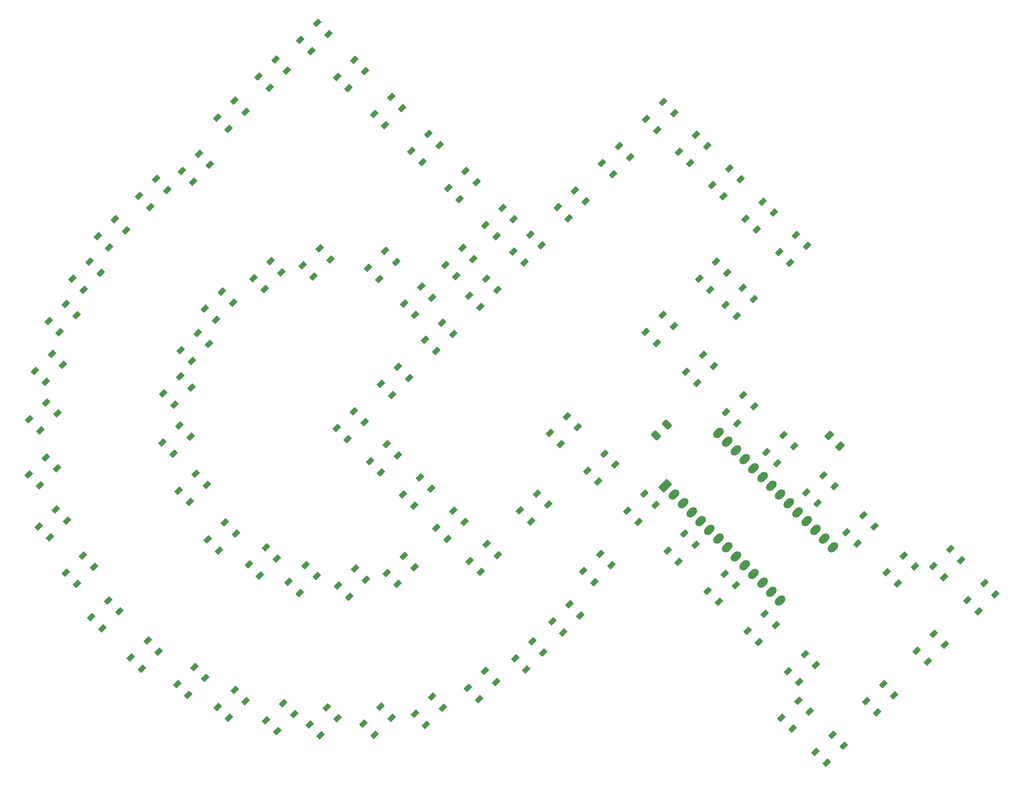
<source format=gbr>
%TF.GenerationSoftware,KiCad,Pcbnew,(6.0.10-0)*%
%TF.CreationDate,2023-02-20T09:20:58-05:00*%
%TF.ProjectId,Grad_Cap,47726164-5f43-4617-902e-6b696361645f,rev?*%
%TF.SameCoordinates,Original*%
%TF.FileFunction,Soldermask,Top*%
%TF.FilePolarity,Negative*%
%FSLAX46Y46*%
G04 Gerber Fmt 4.6, Leading zero omitted, Abs format (unit mm)*
G04 Created by KiCad (PCBNEW (6.0.10-0)) date 2023-02-20 09:20:58*
%MOMM*%
%LPD*%
G01*
G04 APERTURE LIST*
G04 Aperture macros list*
%AMRoundRect*
0 Rectangle with rounded corners*
0 $1 Rounding radius*
0 $2 $3 $4 $5 $6 $7 $8 $9 X,Y pos of 4 corners*
0 Add a 4 corners polygon primitive as box body*
4,1,4,$2,$3,$4,$5,$6,$7,$8,$9,$2,$3,0*
0 Add four circle primitives for the rounded corners*
1,1,$1+$1,$2,$3*
1,1,$1+$1,$4,$5*
1,1,$1+$1,$6,$7*
1,1,$1+$1,$8,$9*
0 Add four rect primitives between the rounded corners*
20,1,$1+$1,$2,$3,$4,$5,0*
20,1,$1+$1,$4,$5,$6,$7,0*
20,1,$1+$1,$6,$7,$8,$9,0*
20,1,$1+$1,$8,$9,$2,$3,0*%
%AMHorizOval*
0 Thick line with rounded ends*
0 $1 width*
0 $2 $3 position (X,Y) of the first rounded end (center of the circle)*
0 $4 $5 position (X,Y) of the second rounded end (center of the circle)*
0 Add line between two ends*
20,1,$1,$2,$3,$4,$5,0*
0 Add two circle primitives to create the rounded ends*
1,1,$1,$2,$3*
1,1,$1,$4,$5*%
%AMRotRect*
0 Rectangle, with rotation*
0 The origin of the aperture is its center*
0 $1 length*
0 $2 width*
0 $3 Rotation angle, in degrees counterclockwise*
0 Add horizontal line*
21,1,$1,$2,0,0,$3*%
G04 Aperture macros list end*
%ADD10RotRect,1.500000X1.000000X225.000000*%
%ADD11RotRect,1.500000X1.000000X45.000000*%
%ADD12RotRect,2.400000X1.600000X45.000000*%
%ADD13HorizOval,1.600000X0.282843X0.282843X-0.282843X-0.282843X0*%
%ADD14RoundRect,0.250000X0.167938X-0.751301X0.751301X-0.167938X-0.167938X0.751301X-0.751301X0.167938X0*%
%ADD15RoundRect,0.250000X-0.724784X-0.159099X-0.159099X-0.724784X0.724784X0.159099X0.159099X0.724784X0*%
G04 APERTURE END LIST*
D10*
%TO.C,D50*%
X149675361Y-159205656D03*
X147412620Y-156942915D03*
X143947797Y-160407738D03*
X146210538Y-162670479D03*
%TD*%
D11*
%TO.C,D39*%
X145008457Y-119395545D03*
X147271198Y-121658286D03*
X150736021Y-118193463D03*
X148473280Y-115930722D03*
%TD*%
D12*
%TO.C,U1*%
X227717464Y-202677309D03*
D13*
X229513515Y-204473360D03*
X231309566Y-206269411D03*
X233105618Y-208065463D03*
X234901669Y-209861514D03*
X236697720Y-211657565D03*
X238493771Y-213453616D03*
X240289823Y-215249668D03*
X242085874Y-217045719D03*
X243881925Y-218841770D03*
X245677976Y-220637821D03*
X247474027Y-222433872D03*
X249270079Y-224229924D03*
X251066130Y-226025975D03*
X261842437Y-215249668D03*
X260046386Y-213453616D03*
X258250335Y-211657565D03*
X256454284Y-209861514D03*
X254658232Y-208065463D03*
X252862181Y-206269411D03*
X251066130Y-204473360D03*
X249270079Y-202677309D03*
X247474027Y-200881258D03*
X245677976Y-199085207D03*
X243881925Y-197289155D03*
X242085874Y-195493104D03*
X240289823Y-193697053D03*
X238493771Y-191901002D03*
%TD*%
D10*
%TO.C,D42*%
X174223386Y-125770923D03*
X171960645Y-123508182D03*
X168495822Y-126973005D03*
X170758563Y-129235746D03*
%TD*%
D14*
%TO.C,C1*%
X225852471Y-192422775D03*
X228062179Y-190213067D03*
%TD*%
D11*
%TO.C,D25*%
X118970664Y-237664387D03*
X121233405Y-239927128D03*
X124698228Y-236462305D03*
X122435487Y-234199564D03*
%TD*%
%TO.C,D74*%
X214815654Y-137005980D03*
X217078395Y-139268721D03*
X220543218Y-135803898D03*
X218280477Y-133541157D03*
%TD*%
%TO.C,D10*%
X252655848Y-240407254D03*
X254918589Y-242669995D03*
X258383412Y-239205172D03*
X256120671Y-236942431D03*
%TD*%
D10*
%TO.C,D6*%
X284586620Y-235057473D03*
X282323879Y-232794732D03*
X278859056Y-236259555D03*
X281121797Y-238522296D03*
%TD*%
%TO.C,D78*%
X249802176Y-147081816D03*
X247539435Y-144819075D03*
X244074612Y-148283898D03*
X246337353Y-150546639D03*
%TD*%
%TO.C,D76*%
X236241990Y-133521629D03*
X233979249Y-131258888D03*
X230514426Y-134723711D03*
X232777167Y-136986452D03*
%TD*%
%TO.C,D41*%
X166689161Y-118236701D03*
X164426420Y-115973960D03*
X160961597Y-119438783D03*
X163224338Y-121701524D03*
%TD*%
D11*
%TO.C,D13*%
X228166690Y-215918096D03*
X230429431Y-218180837D03*
X233894254Y-214716014D03*
X231631513Y-212453273D03*
%TD*%
D10*
%TO.C,D16*%
X210459674Y-229080534D03*
X208196933Y-226817793D03*
X204732110Y-230282616D03*
X206994851Y-232545357D03*
%TD*%
D11*
%TO.C,D30*%
X98351996Y-189171004D03*
X100614737Y-191433745D03*
X104079560Y-187968922D03*
X101816819Y-185706181D03*
%TD*%
D15*
%TO.C,R1*%
X261081873Y-192431048D03*
X263273905Y-194623080D03*
%TD*%
D10*
%TO.C,D44*%
X189305161Y-140852700D03*
X187042420Y-138589959D03*
X183577597Y-142054782D03*
X185840338Y-144317523D03*
%TD*%
D11*
%TO.C,D28*%
X100273771Y-210957105D03*
X102536512Y-213219846D03*
X106001335Y-209755023D03*
X103738594Y-207492282D03*
%TD*%
%TO.C,D27*%
X105769688Y-220404335D03*
X108032429Y-222667076D03*
X111497252Y-219202253D03*
X109234511Y-216939512D03*
%TD*%
%TO.C,D23*%
X136661769Y-247704313D03*
X138924510Y-249967054D03*
X142389333Y-246502231D03*
X140126592Y-244239490D03*
%TD*%
%TO.C,D4*%
X282195800Y-219021375D03*
X284458541Y-221284116D03*
X287923364Y-217819293D03*
X285660623Y-215556552D03*
%TD*%
%TO.C,D38*%
X136629242Y-127774761D03*
X138891983Y-130037502D03*
X142356806Y-126572679D03*
X140094065Y-124309938D03*
%TD*%
%TO.C,D65*%
X181150453Y-211227008D03*
X183413194Y-213489749D03*
X186878017Y-210024926D03*
X184615276Y-207762185D03*
%TD*%
%TO.C,D48*%
X167266482Y-158296883D03*
X169529223Y-160559624D03*
X172994046Y-157094801D03*
X170731305Y-154832060D03*
%TD*%
D10*
%TO.C,D2*%
X270295121Y-210967358D03*
X268032380Y-208704617D03*
X264567557Y-212169440D03*
X266830298Y-214432181D03*
%TD*%
%TO.C,D63*%
X203910451Y-206511100D03*
X201647710Y-204248359D03*
X198182887Y-207713182D03*
X200445628Y-209975923D03*
%TD*%
%TO.C,D51*%
X139775866Y-165428196D03*
X137513125Y-163165455D03*
X134048302Y-166630278D03*
X136311043Y-168893019D03*
%TD*%
%TO.C,D18*%
X193307385Y-242640721D03*
X191044644Y-240377980D03*
X187579821Y-243842803D03*
X189842562Y-246105544D03*
%TD*%
%TO.C,D77*%
X243022083Y-140301722D03*
X240759342Y-138038981D03*
X237294519Y-141503804D03*
X239557260Y-143766545D03*
%TD*%
%TO.C,D58*%
X156817140Y-221077500D03*
X154554399Y-218814759D03*
X151089576Y-222279582D03*
X153352317Y-224542323D03*
%TD*%
%TO.C,D62*%
X209943911Y-190765671D03*
X207681170Y-188502930D03*
X204216347Y-191967753D03*
X206479088Y-194230494D03*
%TD*%
%TO.C,D82*%
X229479857Y-170152094D03*
X227217116Y-167889353D03*
X223752293Y-171354176D03*
X226015034Y-173616917D03*
%TD*%
D11*
%TO.C,D29*%
X98262194Y-200360403D03*
X100524935Y-202623144D03*
X103989758Y-199158321D03*
X101727017Y-196895580D03*
%TD*%
D10*
%TO.C,D55*%
X134486708Y-202498976D03*
X132223967Y-200236235D03*
X128759144Y-203701058D03*
X131021885Y-205963799D03*
%TD*%
D11*
%TO.C,D33*%
X107152647Y-160506026D03*
X109415388Y-162768767D03*
X112880211Y-159303944D03*
X110617470Y-157041203D03*
%TD*%
D10*
%TO.C,D84*%
X245805962Y-186478199D03*
X243543221Y-184215458D03*
X240078398Y-187680281D03*
X242341139Y-189943022D03*
%TD*%
%TO.C,D15*%
X216745854Y-218843042D03*
X214483113Y-216580301D03*
X211018290Y-220045124D03*
X213281031Y-222307865D03*
%TD*%
%TO.C,D60*%
X176757551Y-219239022D03*
X174494810Y-216976281D03*
X171029987Y-220441104D03*
X173292728Y-222703845D03*
%TD*%
%TO.C,D83*%
X237642910Y-178315147D03*
X235380169Y-176052406D03*
X231915346Y-179517229D03*
X234178087Y-181779970D03*
%TD*%
D11*
%TO.C,D9*%
X251333417Y-249883758D03*
X253596158Y-252146499D03*
X257060981Y-248681676D03*
X254798240Y-246418935D03*
%TD*%
%TO.C,D73*%
X205825135Y-145996499D03*
X208087876Y-148259240D03*
X211552699Y-144794417D03*
X209289958Y-142531676D03*
%TD*%
%TO.C,D71*%
X187844097Y-163977537D03*
X190106838Y-166240278D03*
X193571661Y-162775455D03*
X191308920Y-160512714D03*
%TD*%
%TO.C,D61*%
X211840584Y-199591990D03*
X214103325Y-201854731D03*
X217568148Y-198389908D03*
X215305407Y-196127167D03*
%TD*%
D10*
%TO.C,D79*%
X256582270Y-153861909D03*
X254319529Y-151599168D03*
X250854706Y-155063991D03*
X253117447Y-157326732D03*
%TD*%
%TO.C,D40*%
X159168270Y-110715809D03*
X156905529Y-108453068D03*
X153440706Y-111917891D03*
X155703447Y-114180632D03*
%TD*%
%TO.C,D17*%
X202916259Y-236623950D03*
X200653518Y-234361209D03*
X197188695Y-237826032D03*
X199451436Y-240088773D03*
%TD*%
%TO.C,D54*%
X131146052Y-192656616D03*
X128883311Y-190393875D03*
X125418488Y-193858698D03*
X127681229Y-196121439D03*
%TD*%
D11*
%TO.C,D36*%
X129381398Y-138558139D03*
X131644139Y-140820880D03*
X135108962Y-137356057D03*
X132846221Y-135093316D03*
%TD*%
D10*
%TO.C,D43*%
X181770938Y-133318477D03*
X179508197Y-131055736D03*
X176043374Y-134520559D03*
X178306115Y-136783300D03*
%TD*%
D11*
%TO.C,D35*%
X120712834Y-143677026D03*
X122975575Y-145939767D03*
X126440398Y-142474944D03*
X124177657Y-140212203D03*
%TD*%
%TO.C,D68*%
X160872540Y-190949095D03*
X163135281Y-193211836D03*
X166600104Y-189747013D03*
X164337363Y-187484272D03*
%TD*%
%TO.C,D75*%
X223806174Y-128015460D03*
X226068915Y-130278201D03*
X229533738Y-126813378D03*
X227270997Y-124550637D03*
%TD*%
D10*
%TO.C,D57*%
X148729394Y-217496004D03*
X146466653Y-215233263D03*
X143001830Y-218698086D03*
X145264571Y-220960827D03*
%TD*%
%TO.C,D14*%
X225731201Y-206552961D03*
X223468460Y-204290220D03*
X220003637Y-207755043D03*
X222266378Y-210017784D03*
%TD*%
D11*
%TO.C,D67*%
X167631844Y-197708399D03*
X169894585Y-199971140D03*
X173359408Y-196506317D03*
X171096667Y-194243576D03*
%TD*%
%TO.C,D81*%
X234600442Y-160506026D03*
X236863183Y-162768767D03*
X240328006Y-159303944D03*
X238065265Y-157041203D03*
%TD*%
D10*
%TO.C,D1*%
X262132068Y-202804305D03*
X259869327Y-200541564D03*
X256404504Y-204006387D03*
X258667245Y-206269128D03*
%TD*%
%TO.C,D8*%
X264011699Y-255632394D03*
X261748958Y-253369653D03*
X258284135Y-256834476D03*
X260546876Y-259097217D03*
%TD*%
%TO.C,D85*%
X253969015Y-194641252D03*
X251706274Y-192378511D03*
X248241451Y-195843334D03*
X250504192Y-198106075D03*
%TD*%
%TO.C,D56*%
X140395716Y-212431140D03*
X138132975Y-210168399D03*
X134668152Y-213633222D03*
X136930893Y-215895963D03*
%TD*%
D11*
%TO.C,D24*%
X128435854Y-243034580D03*
X130698595Y-245297321D03*
X134163418Y-241832498D03*
X131900677Y-239569757D03*
%TD*%
%TO.C,D11*%
X244492795Y-232244201D03*
X246755536Y-234506942D03*
X250220359Y-231042119D03*
X247957618Y-228779378D03*
%TD*%
D10*
%TO.C,D46*%
X188701080Y-156525227D03*
X186438339Y-154262486D03*
X182973516Y-157727309D03*
X185236257Y-159990050D03*
%TD*%
D11*
%TO.C,D72*%
X196834616Y-154987018D03*
X199097357Y-157249759D03*
X202562180Y-153784936D03*
X200299439Y-151522195D03*
%TD*%
D10*
%TO.C,D52*%
X134896830Y-173842767D03*
X132634089Y-171580026D03*
X129169266Y-175044849D03*
X131432007Y-177307590D03*
%TD*%
D11*
%TO.C,D22*%
X146540051Y-250398390D03*
X148802792Y-252661131D03*
X152267615Y-249196308D03*
X150004874Y-246933567D03*
%TD*%
D10*
%TO.C,D64*%
X193637321Y-216784230D03*
X191374580Y-214521489D03*
X187909757Y-217986312D03*
X190172498Y-220249053D03*
%TD*%
%TO.C,D7*%
X274299160Y-245344934D03*
X272036419Y-243082193D03*
X268571596Y-246547016D03*
X270834337Y-248809757D03*
%TD*%
D11*
%TO.C,D34*%
X112325275Y-151884980D03*
X114588016Y-154147721D03*
X118052839Y-150682898D03*
X115790098Y-148420157D03*
%TD*%
%TO.C,D21*%
X155358662Y-251242534D03*
X157621403Y-253505275D03*
X161086226Y-250040452D03*
X158823485Y-247777711D03*
%TD*%
D10*
%TO.C,D20*%
X172042139Y-249896768D03*
X169779398Y-247634027D03*
X166314575Y-251098850D03*
X168577316Y-253361591D03*
%TD*%
%TO.C,D19*%
X182513117Y-247903151D03*
X180250376Y-245640410D03*
X176785553Y-249105233D03*
X179048294Y-251367974D03*
%TD*%
D11*
%TO.C,D66*%
X174391148Y-204467703D03*
X176653889Y-206730444D03*
X180118712Y-203265621D03*
X177855971Y-201002880D03*
%TD*%
%TO.C,D70*%
X178853578Y-172968056D03*
X181116319Y-175230797D03*
X184581142Y-171765974D03*
X182318401Y-169503233D03*
%TD*%
D10*
%TO.C,D49*%
X159645567Y-156589361D03*
X157382826Y-154326620D03*
X153918003Y-157791443D03*
X156180744Y-160054184D03*
%TD*%
D11*
%TO.C,D32*%
X102285349Y-169180954D03*
X104548090Y-171443695D03*
X108012913Y-167978872D03*
X105750172Y-165716131D03*
%TD*%
D10*
%TO.C,D53*%
X131325657Y-182706492D03*
X129062916Y-180443751D03*
X125598093Y-183908574D03*
X127860834Y-186171315D03*
%TD*%
D11*
%TO.C,D59*%
X161130492Y-222986689D03*
X163393233Y-225249430D03*
X166858056Y-221784607D03*
X164595315Y-219521866D03*
%TD*%
%TO.C,D31*%
X99483509Y-179274762D03*
X101746250Y-181537503D03*
X105211073Y-178072680D03*
X102948332Y-175809939D03*
%TD*%
D10*
%TO.C,D47*%
X180303974Y-164404730D03*
X178041233Y-162141989D03*
X174576410Y-165606812D03*
X176839151Y-167869553D03*
%TD*%
D11*
%TO.C,D80*%
X240006556Y-165840298D03*
X242269297Y-168103039D03*
X245734120Y-164638216D03*
X243471379Y-162375475D03*
%TD*%
D10*
%TO.C,D45*%
X196839384Y-148386923D03*
X194576643Y-146124182D03*
X191111820Y-149589005D03*
X193374561Y-151851746D03*
%TD*%
%TO.C,D5*%
X294874082Y-224770011D03*
X292611341Y-222507270D03*
X289146518Y-225972093D03*
X291409259Y-228234834D03*
%TD*%
%TO.C,D3*%
X278458174Y-219130411D03*
X276195433Y-216867670D03*
X272730610Y-220332493D03*
X274993351Y-222595234D03*
%TD*%
D11*
%TO.C,D12*%
X236329743Y-224081148D03*
X238592484Y-226343889D03*
X242057307Y-222879066D03*
X239794566Y-220616325D03*
%TD*%
%TO.C,D26*%
X110960276Y-229474393D03*
X113223017Y-231737134D03*
X116687840Y-228272311D03*
X114425099Y-226009570D03*
%TD*%
%TO.C,D69*%
X169863059Y-181958575D03*
X172125800Y-184221316D03*
X175590623Y-180756493D03*
X173327882Y-178493752D03*
%TD*%
M02*

</source>
